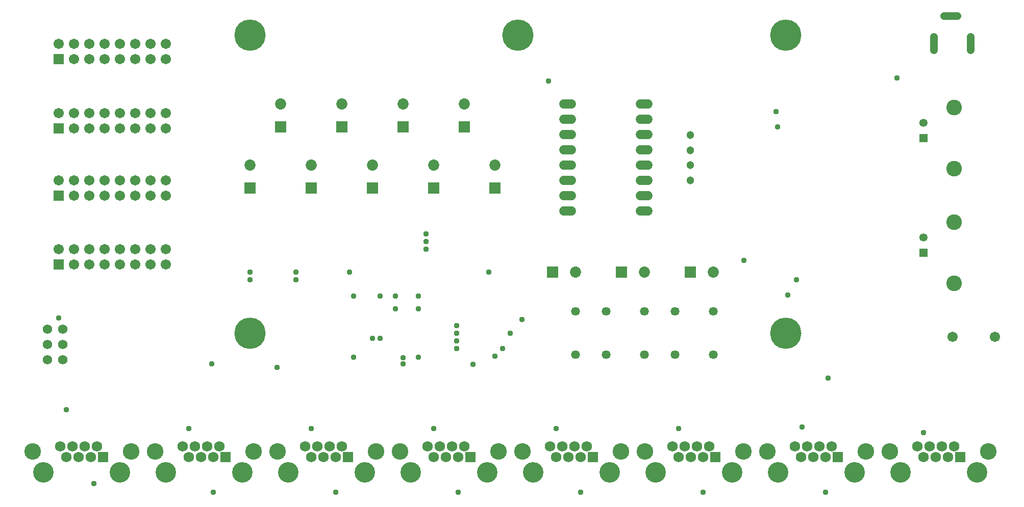
<source format=gbr>
G04 EAGLE Gerber RS-274X export*
G75*
%MOMM*%
%FSLAX34Y34*%
%LPD*%
%INSoldermask Bottom*%
%IPPOS*%
%AMOC8*
5,1,8,0,0,1.08239X$1,22.5*%
G01*
G04 Define Apertures*
%ADD10C,5.203200*%
%ADD11C,1.513200*%
%ADD12C,1.303200*%
%ADD13R,1.703200X1.703200*%
%ADD14C,1.703200*%
%ADD15R,1.353200X1.353200*%
%ADD16C,1.353200*%
%ADD17C,2.603200*%
%ADD18C,1.463200*%
%ADD19C,1.563200*%
%ADD20R,1.853200X1.853200*%
%ADD21C,1.853200*%
%ADD22C,1.727200*%
%ADD23R,1.727200X1.727200*%
%ADD24C,3.403200*%
%ADD25C,2.743200*%
%ADD26C,1.263200*%
%ADD27C,0.959600*%
D10*
X1219200Y927100D03*
X330200Y927100D03*
X1219200Y431800D03*
X330200Y431800D03*
X774700Y927100D03*
D11*
X850700Y812800D02*
X863800Y812800D01*
X863800Y787400D02*
X850700Y787400D01*
X850700Y762000D02*
X863800Y762000D01*
X863800Y736600D02*
X850700Y736600D01*
X850700Y711200D02*
X863800Y711200D01*
X863800Y685800D02*
X850700Y685800D01*
X850700Y660400D02*
X863800Y660400D01*
X863800Y635000D02*
X850700Y635000D01*
X977700Y812800D02*
X990800Y812800D01*
X990800Y787400D02*
X977700Y787400D01*
X977700Y762000D02*
X990800Y762000D01*
X990800Y736600D02*
X977700Y736600D01*
X977700Y711200D02*
X990800Y711200D01*
X990800Y685800D02*
X977700Y685800D01*
X977700Y660400D02*
X990800Y660400D01*
X990800Y635000D02*
X977700Y635000D01*
D12*
X1060450Y685800D03*
X1060450Y710800D03*
X1060450Y735800D03*
X1060450Y760800D03*
D13*
X12700Y660400D03*
D14*
X12700Y685800D03*
X38100Y660400D03*
X38100Y685800D03*
X63500Y660400D03*
X63500Y685800D03*
X88900Y660400D03*
X88900Y685800D03*
X114300Y660400D03*
X114300Y685800D03*
X139700Y660400D03*
X139700Y685800D03*
X165100Y660400D03*
X165100Y685800D03*
X190500Y660400D03*
X190500Y685800D03*
D13*
X12700Y546100D03*
D14*
X12700Y571500D03*
X38100Y546100D03*
X38100Y571500D03*
X63500Y546100D03*
X63500Y571500D03*
X88900Y546100D03*
X88900Y571500D03*
X114300Y546100D03*
X114300Y571500D03*
X139700Y546100D03*
X139700Y571500D03*
X165100Y546100D03*
X165100Y571500D03*
X190500Y546100D03*
X190500Y571500D03*
D13*
X12700Y887082D03*
D14*
X12700Y912482D03*
X38100Y887082D03*
X38100Y912482D03*
X63500Y887082D03*
X63500Y912482D03*
X88900Y887082D03*
X88900Y912482D03*
X114300Y887082D03*
X114300Y912482D03*
X139700Y887082D03*
X139700Y912482D03*
X165100Y887082D03*
X165100Y912482D03*
X190500Y887082D03*
X190500Y912482D03*
D13*
X12700Y772202D03*
D14*
X12700Y797602D03*
X38100Y772202D03*
X38100Y797602D03*
X63500Y772202D03*
X63500Y797602D03*
X88900Y772202D03*
X88900Y797602D03*
X114300Y772202D03*
X114300Y797602D03*
X139700Y772202D03*
X139700Y797602D03*
X165100Y772202D03*
X165100Y797602D03*
X190500Y772202D03*
X190500Y797602D03*
D15*
X1447800Y565150D03*
D16*
X1447800Y590550D03*
D17*
X1498600Y514350D03*
X1498600Y615950D03*
D18*
X869950Y395600D03*
X869950Y468000D03*
X984250Y395600D03*
X984250Y468000D03*
X920750Y395600D03*
X920750Y468000D03*
X1035050Y395600D03*
X1035050Y468000D03*
X1098550Y395600D03*
X1098550Y468000D03*
D15*
X1447800Y755650D03*
D16*
X1447800Y781050D03*
D17*
X1498600Y704850D03*
X1498600Y806450D03*
D19*
X-6350Y387350D03*
X19050Y387350D03*
X-6350Y412750D03*
X19050Y412750D03*
X-6350Y438150D03*
X19050Y438150D03*
D20*
X946150Y533400D03*
D21*
X984250Y533400D03*
D20*
X1060450Y533400D03*
D21*
X1098550Y533400D03*
D20*
X831850Y533400D03*
D21*
X869950Y533400D03*
D22*
X15240Y243840D03*
X35560Y243840D03*
X55880Y243840D03*
X76200Y243840D03*
X25400Y226060D03*
X45720Y226060D03*
X66040Y226060D03*
D23*
X86360Y226060D03*
D24*
X-12700Y200660D03*
X114300Y200660D03*
D25*
X132300Y235250D03*
X-30700Y235250D03*
D22*
X218440Y243840D03*
X238760Y243840D03*
X259080Y243840D03*
X279400Y243840D03*
X228600Y226060D03*
X248920Y226060D03*
X269240Y226060D03*
D23*
X289560Y226060D03*
D24*
X190500Y200660D03*
X317500Y200660D03*
D25*
X335500Y235250D03*
X172500Y235250D03*
D22*
X421640Y243840D03*
X441960Y243840D03*
X462280Y243840D03*
X482600Y243840D03*
X431800Y226060D03*
X452120Y226060D03*
X472440Y226060D03*
D23*
X492760Y226060D03*
D24*
X393700Y200660D03*
X520700Y200660D03*
D25*
X538700Y235250D03*
X375700Y235250D03*
D22*
X624840Y243840D03*
X645160Y243840D03*
X665480Y243840D03*
X685800Y243840D03*
X635000Y226060D03*
X655320Y226060D03*
X675640Y226060D03*
D23*
X695960Y226060D03*
D24*
X596900Y200660D03*
X723900Y200660D03*
D25*
X741900Y235250D03*
X578900Y235250D03*
D22*
X828040Y243840D03*
X848360Y243840D03*
X868680Y243840D03*
X889000Y243840D03*
X838200Y226060D03*
X858520Y226060D03*
X878840Y226060D03*
D23*
X899160Y226060D03*
D24*
X800100Y200660D03*
X927100Y200660D03*
D25*
X945100Y235250D03*
X782100Y235250D03*
D22*
X1031240Y243840D03*
X1051560Y243840D03*
X1071880Y243840D03*
X1092200Y243840D03*
X1041400Y226060D03*
X1061720Y226060D03*
X1082040Y226060D03*
D23*
X1102360Y226060D03*
D24*
X1003300Y200660D03*
X1130300Y200660D03*
D25*
X1148300Y235250D03*
X985300Y235250D03*
D22*
X1234440Y243840D03*
X1254760Y243840D03*
X1275080Y243840D03*
X1295400Y243840D03*
X1244600Y226060D03*
X1264920Y226060D03*
X1285240Y226060D03*
D23*
X1305560Y226060D03*
D24*
X1206500Y200660D03*
X1333500Y200660D03*
D25*
X1351500Y235250D03*
X1188500Y235250D03*
D22*
X1437640Y243840D03*
X1457960Y243840D03*
X1478280Y243840D03*
X1498600Y243840D03*
X1447800Y226060D03*
X1468120Y226060D03*
X1488440Y226060D03*
D23*
X1508760Y226060D03*
D24*
X1409700Y200660D03*
X1536700Y200660D03*
D25*
X1554700Y235250D03*
X1391700Y235250D03*
D14*
X1565740Y425450D03*
X1495740Y425450D03*
D26*
X1525200Y901850D02*
X1525200Y923850D01*
X1503700Y958850D02*
X1481700Y958850D01*
X1464200Y923850D02*
X1464200Y901850D01*
D20*
X330200Y673100D03*
D21*
X330200Y711200D03*
D20*
X431800Y673100D03*
D21*
X431800Y711200D03*
D20*
X533400Y673100D03*
D21*
X533400Y711200D03*
D20*
X635000Y673100D03*
D21*
X635000Y711200D03*
D20*
X736600Y673100D03*
D21*
X736600Y711200D03*
D20*
X381000Y774700D03*
D21*
X381000Y812800D03*
D20*
X482600Y774700D03*
D21*
X482600Y812800D03*
D20*
X584200Y774700D03*
D21*
X584200Y812800D03*
D20*
X685800Y774700D03*
D21*
X685800Y812800D03*
D27*
X609600Y493550D03*
X609600Y391950D03*
X501650Y493594D03*
X501650Y391994D03*
X1403350Y856017D03*
X1221944Y495300D03*
X622300Y596900D03*
X12700Y457200D03*
X825500Y850900D03*
X266700Y381000D03*
X25400Y304800D03*
X533400Y422910D03*
X1202690Y800100D03*
X374650Y374650D03*
X228600Y273050D03*
X546100Y422910D03*
X1205230Y774700D03*
X584200Y381000D03*
X431800Y273050D03*
X584200Y391160D03*
X635000Y273050D03*
X699616Y379884D03*
X736600Y393700D03*
X673100Y406400D03*
X838200Y273050D03*
X749300Y406400D03*
X673100Y419100D03*
X1041400Y273050D03*
X762000Y431800D03*
X673100Y431800D03*
X1245870Y275590D03*
X673100Y444500D03*
X1447800Y266700D03*
X781050Y454660D03*
X1149350Y552450D03*
X1236980Y520700D03*
X1289050Y356870D03*
X71120Y181610D03*
X269240Y167640D03*
X472440Y167612D03*
X675640Y167612D03*
X878840Y167612D03*
X1082040Y167612D03*
X1285240Y167612D03*
X330200Y520700D03*
X406400Y520700D03*
X330200Y533400D03*
X406400Y533400D03*
X726440Y533400D03*
X495300Y533400D03*
X622300Y571500D03*
X622300Y584200D03*
X546100Y493550D03*
X571500Y471734D03*
X609600Y472440D03*
X571500Y493522D03*
M02*

</source>
